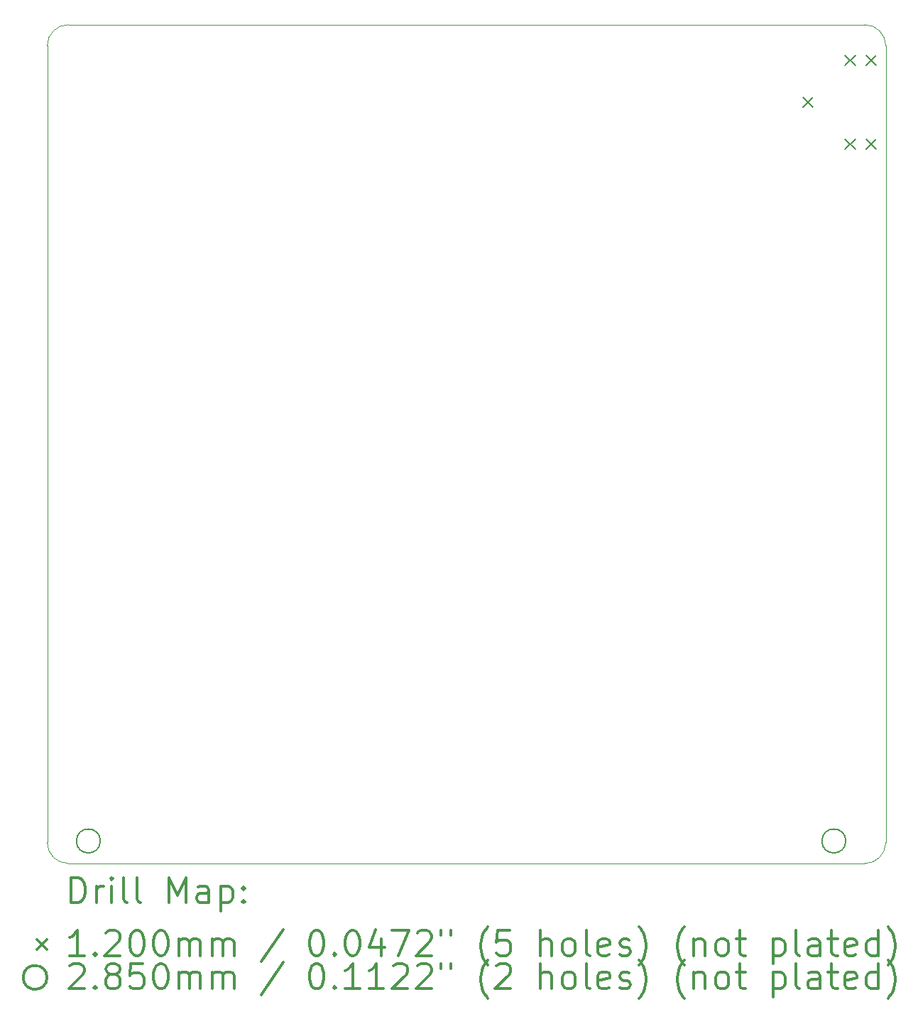
<source format=gbr>
%FSLAX45Y45*%
G04 Gerber Fmt 4.5, Leading zero omitted, Abs format (unit mm)*
G04 Created by KiCad (PCBNEW (5.1.10)-1) date 2021-07-30 10:38:17*
%MOMM*%
%LPD*%
G01*
G04 APERTURE LIST*
%TA.AperFunction,Profile*%
%ADD10C,0.050000*%
%TD*%
%ADD11C,0.200000*%
%ADD12C,0.300000*%
G04 APERTURE END LIST*
D10*
X10250000Y-5000000D02*
X19750000Y-5000000D01*
X10000000Y-14750000D02*
X10000000Y-5250000D01*
X19750000Y-15000000D02*
X10250000Y-15000000D01*
X10000000Y-5250000D02*
G75*
G02*
X10250000Y-5000000I250000J0D01*
G01*
X10250000Y-15000000D02*
G75*
G02*
X10000000Y-14750000I0J250000D01*
G01*
X20000000Y-14750000D02*
G75*
G02*
X19750000Y-15000000I-250000J0D01*
G01*
X20000000Y-11250000D02*
X20000000Y-10750000D01*
X20000000Y-10750000D02*
X20000000Y-5250000D01*
X20000000Y-14750000D02*
X20000000Y-11250000D01*
X19750000Y-5000000D02*
G75*
G02*
X20000000Y-5250000I0J-250000D01*
G01*
D11*
X19015000Y-5865000D02*
X19135000Y-5985000D01*
X19135000Y-5865000D02*
X19015000Y-5985000D01*
X19515000Y-5365000D02*
X19635000Y-5485000D01*
X19635000Y-5365000D02*
X19515000Y-5485000D01*
X19515000Y-6365000D02*
X19635000Y-6485000D01*
X19635000Y-6365000D02*
X19515000Y-6485000D01*
X19765000Y-5365000D02*
X19885000Y-5485000D01*
X19885000Y-5365000D02*
X19765000Y-5485000D01*
X19765000Y-6365000D02*
X19885000Y-6485000D01*
X19885000Y-6365000D02*
X19765000Y-6485000D01*
X10632700Y-14732000D02*
G75*
G03*
X10632700Y-14732000I-142500J0D01*
G01*
X19522700Y-14732000D02*
G75*
G03*
X19522700Y-14732000I-142500J0D01*
G01*
D12*
X10283928Y-15468214D02*
X10283928Y-15168214D01*
X10355357Y-15168214D01*
X10398214Y-15182500D01*
X10426786Y-15211071D01*
X10441071Y-15239643D01*
X10455357Y-15296786D01*
X10455357Y-15339643D01*
X10441071Y-15396786D01*
X10426786Y-15425357D01*
X10398214Y-15453929D01*
X10355357Y-15468214D01*
X10283928Y-15468214D01*
X10583928Y-15468214D02*
X10583928Y-15268214D01*
X10583928Y-15325357D02*
X10598214Y-15296786D01*
X10612500Y-15282500D01*
X10641071Y-15268214D01*
X10669643Y-15268214D01*
X10769643Y-15468214D02*
X10769643Y-15268214D01*
X10769643Y-15168214D02*
X10755357Y-15182500D01*
X10769643Y-15196786D01*
X10783928Y-15182500D01*
X10769643Y-15168214D01*
X10769643Y-15196786D01*
X10955357Y-15468214D02*
X10926786Y-15453929D01*
X10912500Y-15425357D01*
X10912500Y-15168214D01*
X11112500Y-15468214D02*
X11083928Y-15453929D01*
X11069643Y-15425357D01*
X11069643Y-15168214D01*
X11455357Y-15468214D02*
X11455357Y-15168214D01*
X11555357Y-15382500D01*
X11655357Y-15168214D01*
X11655357Y-15468214D01*
X11926786Y-15468214D02*
X11926786Y-15311071D01*
X11912500Y-15282500D01*
X11883928Y-15268214D01*
X11826786Y-15268214D01*
X11798214Y-15282500D01*
X11926786Y-15453929D02*
X11898214Y-15468214D01*
X11826786Y-15468214D01*
X11798214Y-15453929D01*
X11783928Y-15425357D01*
X11783928Y-15396786D01*
X11798214Y-15368214D01*
X11826786Y-15353929D01*
X11898214Y-15353929D01*
X11926786Y-15339643D01*
X12069643Y-15268214D02*
X12069643Y-15568214D01*
X12069643Y-15282500D02*
X12098214Y-15268214D01*
X12155357Y-15268214D01*
X12183928Y-15282500D01*
X12198214Y-15296786D01*
X12212500Y-15325357D01*
X12212500Y-15411071D01*
X12198214Y-15439643D01*
X12183928Y-15453929D01*
X12155357Y-15468214D01*
X12098214Y-15468214D01*
X12069643Y-15453929D01*
X12341071Y-15439643D02*
X12355357Y-15453929D01*
X12341071Y-15468214D01*
X12326786Y-15453929D01*
X12341071Y-15439643D01*
X12341071Y-15468214D01*
X12341071Y-15282500D02*
X12355357Y-15296786D01*
X12341071Y-15311071D01*
X12326786Y-15296786D01*
X12341071Y-15282500D01*
X12341071Y-15311071D01*
X9877500Y-15902500D02*
X9997500Y-16022500D01*
X9997500Y-15902500D02*
X9877500Y-16022500D01*
X10441071Y-16098214D02*
X10269643Y-16098214D01*
X10355357Y-16098214D02*
X10355357Y-15798214D01*
X10326786Y-15841071D01*
X10298214Y-15869643D01*
X10269643Y-15883929D01*
X10569643Y-16069643D02*
X10583928Y-16083929D01*
X10569643Y-16098214D01*
X10555357Y-16083929D01*
X10569643Y-16069643D01*
X10569643Y-16098214D01*
X10698214Y-15826786D02*
X10712500Y-15812500D01*
X10741071Y-15798214D01*
X10812500Y-15798214D01*
X10841071Y-15812500D01*
X10855357Y-15826786D01*
X10869643Y-15855357D01*
X10869643Y-15883929D01*
X10855357Y-15926786D01*
X10683928Y-16098214D01*
X10869643Y-16098214D01*
X11055357Y-15798214D02*
X11083928Y-15798214D01*
X11112500Y-15812500D01*
X11126786Y-15826786D01*
X11141071Y-15855357D01*
X11155357Y-15912500D01*
X11155357Y-15983929D01*
X11141071Y-16041071D01*
X11126786Y-16069643D01*
X11112500Y-16083929D01*
X11083928Y-16098214D01*
X11055357Y-16098214D01*
X11026786Y-16083929D01*
X11012500Y-16069643D01*
X10998214Y-16041071D01*
X10983928Y-15983929D01*
X10983928Y-15912500D01*
X10998214Y-15855357D01*
X11012500Y-15826786D01*
X11026786Y-15812500D01*
X11055357Y-15798214D01*
X11341071Y-15798214D02*
X11369643Y-15798214D01*
X11398214Y-15812500D01*
X11412500Y-15826786D01*
X11426786Y-15855357D01*
X11441071Y-15912500D01*
X11441071Y-15983929D01*
X11426786Y-16041071D01*
X11412500Y-16069643D01*
X11398214Y-16083929D01*
X11369643Y-16098214D01*
X11341071Y-16098214D01*
X11312500Y-16083929D01*
X11298214Y-16069643D01*
X11283928Y-16041071D01*
X11269643Y-15983929D01*
X11269643Y-15912500D01*
X11283928Y-15855357D01*
X11298214Y-15826786D01*
X11312500Y-15812500D01*
X11341071Y-15798214D01*
X11569643Y-16098214D02*
X11569643Y-15898214D01*
X11569643Y-15926786D02*
X11583928Y-15912500D01*
X11612500Y-15898214D01*
X11655357Y-15898214D01*
X11683928Y-15912500D01*
X11698214Y-15941071D01*
X11698214Y-16098214D01*
X11698214Y-15941071D02*
X11712500Y-15912500D01*
X11741071Y-15898214D01*
X11783928Y-15898214D01*
X11812500Y-15912500D01*
X11826786Y-15941071D01*
X11826786Y-16098214D01*
X11969643Y-16098214D02*
X11969643Y-15898214D01*
X11969643Y-15926786D02*
X11983928Y-15912500D01*
X12012500Y-15898214D01*
X12055357Y-15898214D01*
X12083928Y-15912500D01*
X12098214Y-15941071D01*
X12098214Y-16098214D01*
X12098214Y-15941071D02*
X12112500Y-15912500D01*
X12141071Y-15898214D01*
X12183928Y-15898214D01*
X12212500Y-15912500D01*
X12226786Y-15941071D01*
X12226786Y-16098214D01*
X12812500Y-15783929D02*
X12555357Y-16169643D01*
X13198214Y-15798214D02*
X13226786Y-15798214D01*
X13255357Y-15812500D01*
X13269643Y-15826786D01*
X13283928Y-15855357D01*
X13298214Y-15912500D01*
X13298214Y-15983929D01*
X13283928Y-16041071D01*
X13269643Y-16069643D01*
X13255357Y-16083929D01*
X13226786Y-16098214D01*
X13198214Y-16098214D01*
X13169643Y-16083929D01*
X13155357Y-16069643D01*
X13141071Y-16041071D01*
X13126786Y-15983929D01*
X13126786Y-15912500D01*
X13141071Y-15855357D01*
X13155357Y-15826786D01*
X13169643Y-15812500D01*
X13198214Y-15798214D01*
X13426786Y-16069643D02*
X13441071Y-16083929D01*
X13426786Y-16098214D01*
X13412500Y-16083929D01*
X13426786Y-16069643D01*
X13426786Y-16098214D01*
X13626786Y-15798214D02*
X13655357Y-15798214D01*
X13683928Y-15812500D01*
X13698214Y-15826786D01*
X13712500Y-15855357D01*
X13726786Y-15912500D01*
X13726786Y-15983929D01*
X13712500Y-16041071D01*
X13698214Y-16069643D01*
X13683928Y-16083929D01*
X13655357Y-16098214D01*
X13626786Y-16098214D01*
X13598214Y-16083929D01*
X13583928Y-16069643D01*
X13569643Y-16041071D01*
X13555357Y-15983929D01*
X13555357Y-15912500D01*
X13569643Y-15855357D01*
X13583928Y-15826786D01*
X13598214Y-15812500D01*
X13626786Y-15798214D01*
X13983928Y-15898214D02*
X13983928Y-16098214D01*
X13912500Y-15783929D02*
X13841071Y-15998214D01*
X14026786Y-15998214D01*
X14112500Y-15798214D02*
X14312500Y-15798214D01*
X14183928Y-16098214D01*
X14412500Y-15826786D02*
X14426786Y-15812500D01*
X14455357Y-15798214D01*
X14526786Y-15798214D01*
X14555357Y-15812500D01*
X14569643Y-15826786D01*
X14583928Y-15855357D01*
X14583928Y-15883929D01*
X14569643Y-15926786D01*
X14398214Y-16098214D01*
X14583928Y-16098214D01*
X14698214Y-15798214D02*
X14698214Y-15855357D01*
X14812500Y-15798214D02*
X14812500Y-15855357D01*
X15255357Y-16212500D02*
X15241071Y-16198214D01*
X15212500Y-16155357D01*
X15198214Y-16126786D01*
X15183928Y-16083929D01*
X15169643Y-16012500D01*
X15169643Y-15955357D01*
X15183928Y-15883929D01*
X15198214Y-15841071D01*
X15212500Y-15812500D01*
X15241071Y-15769643D01*
X15255357Y-15755357D01*
X15512500Y-15798214D02*
X15369643Y-15798214D01*
X15355357Y-15941071D01*
X15369643Y-15926786D01*
X15398214Y-15912500D01*
X15469643Y-15912500D01*
X15498214Y-15926786D01*
X15512500Y-15941071D01*
X15526786Y-15969643D01*
X15526786Y-16041071D01*
X15512500Y-16069643D01*
X15498214Y-16083929D01*
X15469643Y-16098214D01*
X15398214Y-16098214D01*
X15369643Y-16083929D01*
X15355357Y-16069643D01*
X15883928Y-16098214D02*
X15883928Y-15798214D01*
X16012500Y-16098214D02*
X16012500Y-15941071D01*
X15998214Y-15912500D01*
X15969643Y-15898214D01*
X15926786Y-15898214D01*
X15898214Y-15912500D01*
X15883928Y-15926786D01*
X16198214Y-16098214D02*
X16169643Y-16083929D01*
X16155357Y-16069643D01*
X16141071Y-16041071D01*
X16141071Y-15955357D01*
X16155357Y-15926786D01*
X16169643Y-15912500D01*
X16198214Y-15898214D01*
X16241071Y-15898214D01*
X16269643Y-15912500D01*
X16283928Y-15926786D01*
X16298214Y-15955357D01*
X16298214Y-16041071D01*
X16283928Y-16069643D01*
X16269643Y-16083929D01*
X16241071Y-16098214D01*
X16198214Y-16098214D01*
X16469643Y-16098214D02*
X16441071Y-16083929D01*
X16426786Y-16055357D01*
X16426786Y-15798214D01*
X16698214Y-16083929D02*
X16669643Y-16098214D01*
X16612500Y-16098214D01*
X16583928Y-16083929D01*
X16569643Y-16055357D01*
X16569643Y-15941071D01*
X16583928Y-15912500D01*
X16612500Y-15898214D01*
X16669643Y-15898214D01*
X16698214Y-15912500D01*
X16712500Y-15941071D01*
X16712500Y-15969643D01*
X16569643Y-15998214D01*
X16826786Y-16083929D02*
X16855357Y-16098214D01*
X16912500Y-16098214D01*
X16941071Y-16083929D01*
X16955357Y-16055357D01*
X16955357Y-16041071D01*
X16941071Y-16012500D01*
X16912500Y-15998214D01*
X16869643Y-15998214D01*
X16841071Y-15983929D01*
X16826786Y-15955357D01*
X16826786Y-15941071D01*
X16841071Y-15912500D01*
X16869643Y-15898214D01*
X16912500Y-15898214D01*
X16941071Y-15912500D01*
X17055357Y-16212500D02*
X17069643Y-16198214D01*
X17098214Y-16155357D01*
X17112500Y-16126786D01*
X17126786Y-16083929D01*
X17141071Y-16012500D01*
X17141071Y-15955357D01*
X17126786Y-15883929D01*
X17112500Y-15841071D01*
X17098214Y-15812500D01*
X17069643Y-15769643D01*
X17055357Y-15755357D01*
X17598214Y-16212500D02*
X17583928Y-16198214D01*
X17555357Y-16155357D01*
X17541071Y-16126786D01*
X17526786Y-16083929D01*
X17512500Y-16012500D01*
X17512500Y-15955357D01*
X17526786Y-15883929D01*
X17541071Y-15841071D01*
X17555357Y-15812500D01*
X17583928Y-15769643D01*
X17598214Y-15755357D01*
X17712500Y-15898214D02*
X17712500Y-16098214D01*
X17712500Y-15926786D02*
X17726786Y-15912500D01*
X17755357Y-15898214D01*
X17798214Y-15898214D01*
X17826786Y-15912500D01*
X17841071Y-15941071D01*
X17841071Y-16098214D01*
X18026786Y-16098214D02*
X17998214Y-16083929D01*
X17983928Y-16069643D01*
X17969643Y-16041071D01*
X17969643Y-15955357D01*
X17983928Y-15926786D01*
X17998214Y-15912500D01*
X18026786Y-15898214D01*
X18069643Y-15898214D01*
X18098214Y-15912500D01*
X18112500Y-15926786D01*
X18126786Y-15955357D01*
X18126786Y-16041071D01*
X18112500Y-16069643D01*
X18098214Y-16083929D01*
X18069643Y-16098214D01*
X18026786Y-16098214D01*
X18212500Y-15898214D02*
X18326786Y-15898214D01*
X18255357Y-15798214D02*
X18255357Y-16055357D01*
X18269643Y-16083929D01*
X18298214Y-16098214D01*
X18326786Y-16098214D01*
X18655357Y-15898214D02*
X18655357Y-16198214D01*
X18655357Y-15912500D02*
X18683928Y-15898214D01*
X18741071Y-15898214D01*
X18769643Y-15912500D01*
X18783928Y-15926786D01*
X18798214Y-15955357D01*
X18798214Y-16041071D01*
X18783928Y-16069643D01*
X18769643Y-16083929D01*
X18741071Y-16098214D01*
X18683928Y-16098214D01*
X18655357Y-16083929D01*
X18969643Y-16098214D02*
X18941071Y-16083929D01*
X18926786Y-16055357D01*
X18926786Y-15798214D01*
X19212500Y-16098214D02*
X19212500Y-15941071D01*
X19198214Y-15912500D01*
X19169643Y-15898214D01*
X19112500Y-15898214D01*
X19083928Y-15912500D01*
X19212500Y-16083929D02*
X19183928Y-16098214D01*
X19112500Y-16098214D01*
X19083928Y-16083929D01*
X19069643Y-16055357D01*
X19069643Y-16026786D01*
X19083928Y-15998214D01*
X19112500Y-15983929D01*
X19183928Y-15983929D01*
X19212500Y-15969643D01*
X19312500Y-15898214D02*
X19426786Y-15898214D01*
X19355357Y-15798214D02*
X19355357Y-16055357D01*
X19369643Y-16083929D01*
X19398214Y-16098214D01*
X19426786Y-16098214D01*
X19641071Y-16083929D02*
X19612500Y-16098214D01*
X19555357Y-16098214D01*
X19526786Y-16083929D01*
X19512500Y-16055357D01*
X19512500Y-15941071D01*
X19526786Y-15912500D01*
X19555357Y-15898214D01*
X19612500Y-15898214D01*
X19641071Y-15912500D01*
X19655357Y-15941071D01*
X19655357Y-15969643D01*
X19512500Y-15998214D01*
X19912500Y-16098214D02*
X19912500Y-15798214D01*
X19912500Y-16083929D02*
X19883928Y-16098214D01*
X19826786Y-16098214D01*
X19798214Y-16083929D01*
X19783928Y-16069643D01*
X19769643Y-16041071D01*
X19769643Y-15955357D01*
X19783928Y-15926786D01*
X19798214Y-15912500D01*
X19826786Y-15898214D01*
X19883928Y-15898214D01*
X19912500Y-15912500D01*
X20026786Y-16212500D02*
X20041071Y-16198214D01*
X20069643Y-16155357D01*
X20083928Y-16126786D01*
X20098214Y-16083929D01*
X20112500Y-16012500D01*
X20112500Y-15955357D01*
X20098214Y-15883929D01*
X20083928Y-15841071D01*
X20069643Y-15812500D01*
X20041071Y-15769643D01*
X20026786Y-15755357D01*
X9997500Y-16358500D02*
G75*
G03*
X9997500Y-16358500I-142500J0D01*
G01*
X10269643Y-16222786D02*
X10283928Y-16208500D01*
X10312500Y-16194214D01*
X10383928Y-16194214D01*
X10412500Y-16208500D01*
X10426786Y-16222786D01*
X10441071Y-16251357D01*
X10441071Y-16279929D01*
X10426786Y-16322786D01*
X10255357Y-16494214D01*
X10441071Y-16494214D01*
X10569643Y-16465643D02*
X10583928Y-16479929D01*
X10569643Y-16494214D01*
X10555357Y-16479929D01*
X10569643Y-16465643D01*
X10569643Y-16494214D01*
X10755357Y-16322786D02*
X10726786Y-16308500D01*
X10712500Y-16294214D01*
X10698214Y-16265643D01*
X10698214Y-16251357D01*
X10712500Y-16222786D01*
X10726786Y-16208500D01*
X10755357Y-16194214D01*
X10812500Y-16194214D01*
X10841071Y-16208500D01*
X10855357Y-16222786D01*
X10869643Y-16251357D01*
X10869643Y-16265643D01*
X10855357Y-16294214D01*
X10841071Y-16308500D01*
X10812500Y-16322786D01*
X10755357Y-16322786D01*
X10726786Y-16337071D01*
X10712500Y-16351357D01*
X10698214Y-16379929D01*
X10698214Y-16437071D01*
X10712500Y-16465643D01*
X10726786Y-16479929D01*
X10755357Y-16494214D01*
X10812500Y-16494214D01*
X10841071Y-16479929D01*
X10855357Y-16465643D01*
X10869643Y-16437071D01*
X10869643Y-16379929D01*
X10855357Y-16351357D01*
X10841071Y-16337071D01*
X10812500Y-16322786D01*
X11141071Y-16194214D02*
X10998214Y-16194214D01*
X10983928Y-16337071D01*
X10998214Y-16322786D01*
X11026786Y-16308500D01*
X11098214Y-16308500D01*
X11126786Y-16322786D01*
X11141071Y-16337071D01*
X11155357Y-16365643D01*
X11155357Y-16437071D01*
X11141071Y-16465643D01*
X11126786Y-16479929D01*
X11098214Y-16494214D01*
X11026786Y-16494214D01*
X10998214Y-16479929D01*
X10983928Y-16465643D01*
X11341071Y-16194214D02*
X11369643Y-16194214D01*
X11398214Y-16208500D01*
X11412500Y-16222786D01*
X11426786Y-16251357D01*
X11441071Y-16308500D01*
X11441071Y-16379929D01*
X11426786Y-16437071D01*
X11412500Y-16465643D01*
X11398214Y-16479929D01*
X11369643Y-16494214D01*
X11341071Y-16494214D01*
X11312500Y-16479929D01*
X11298214Y-16465643D01*
X11283928Y-16437071D01*
X11269643Y-16379929D01*
X11269643Y-16308500D01*
X11283928Y-16251357D01*
X11298214Y-16222786D01*
X11312500Y-16208500D01*
X11341071Y-16194214D01*
X11569643Y-16494214D02*
X11569643Y-16294214D01*
X11569643Y-16322786D02*
X11583928Y-16308500D01*
X11612500Y-16294214D01*
X11655357Y-16294214D01*
X11683928Y-16308500D01*
X11698214Y-16337071D01*
X11698214Y-16494214D01*
X11698214Y-16337071D02*
X11712500Y-16308500D01*
X11741071Y-16294214D01*
X11783928Y-16294214D01*
X11812500Y-16308500D01*
X11826786Y-16337071D01*
X11826786Y-16494214D01*
X11969643Y-16494214D02*
X11969643Y-16294214D01*
X11969643Y-16322786D02*
X11983928Y-16308500D01*
X12012500Y-16294214D01*
X12055357Y-16294214D01*
X12083928Y-16308500D01*
X12098214Y-16337071D01*
X12098214Y-16494214D01*
X12098214Y-16337071D02*
X12112500Y-16308500D01*
X12141071Y-16294214D01*
X12183928Y-16294214D01*
X12212500Y-16308500D01*
X12226786Y-16337071D01*
X12226786Y-16494214D01*
X12812500Y-16179929D02*
X12555357Y-16565643D01*
X13198214Y-16194214D02*
X13226786Y-16194214D01*
X13255357Y-16208500D01*
X13269643Y-16222786D01*
X13283928Y-16251357D01*
X13298214Y-16308500D01*
X13298214Y-16379929D01*
X13283928Y-16437071D01*
X13269643Y-16465643D01*
X13255357Y-16479929D01*
X13226786Y-16494214D01*
X13198214Y-16494214D01*
X13169643Y-16479929D01*
X13155357Y-16465643D01*
X13141071Y-16437071D01*
X13126786Y-16379929D01*
X13126786Y-16308500D01*
X13141071Y-16251357D01*
X13155357Y-16222786D01*
X13169643Y-16208500D01*
X13198214Y-16194214D01*
X13426786Y-16465643D02*
X13441071Y-16479929D01*
X13426786Y-16494214D01*
X13412500Y-16479929D01*
X13426786Y-16465643D01*
X13426786Y-16494214D01*
X13726786Y-16494214D02*
X13555357Y-16494214D01*
X13641071Y-16494214D02*
X13641071Y-16194214D01*
X13612500Y-16237071D01*
X13583928Y-16265643D01*
X13555357Y-16279929D01*
X14012500Y-16494214D02*
X13841071Y-16494214D01*
X13926786Y-16494214D02*
X13926786Y-16194214D01*
X13898214Y-16237071D01*
X13869643Y-16265643D01*
X13841071Y-16279929D01*
X14126786Y-16222786D02*
X14141071Y-16208500D01*
X14169643Y-16194214D01*
X14241071Y-16194214D01*
X14269643Y-16208500D01*
X14283928Y-16222786D01*
X14298214Y-16251357D01*
X14298214Y-16279929D01*
X14283928Y-16322786D01*
X14112500Y-16494214D01*
X14298214Y-16494214D01*
X14412500Y-16222786D02*
X14426786Y-16208500D01*
X14455357Y-16194214D01*
X14526786Y-16194214D01*
X14555357Y-16208500D01*
X14569643Y-16222786D01*
X14583928Y-16251357D01*
X14583928Y-16279929D01*
X14569643Y-16322786D01*
X14398214Y-16494214D01*
X14583928Y-16494214D01*
X14698214Y-16194214D02*
X14698214Y-16251357D01*
X14812500Y-16194214D02*
X14812500Y-16251357D01*
X15255357Y-16608500D02*
X15241071Y-16594214D01*
X15212500Y-16551357D01*
X15198214Y-16522786D01*
X15183928Y-16479929D01*
X15169643Y-16408500D01*
X15169643Y-16351357D01*
X15183928Y-16279929D01*
X15198214Y-16237071D01*
X15212500Y-16208500D01*
X15241071Y-16165643D01*
X15255357Y-16151357D01*
X15355357Y-16222786D02*
X15369643Y-16208500D01*
X15398214Y-16194214D01*
X15469643Y-16194214D01*
X15498214Y-16208500D01*
X15512500Y-16222786D01*
X15526786Y-16251357D01*
X15526786Y-16279929D01*
X15512500Y-16322786D01*
X15341071Y-16494214D01*
X15526786Y-16494214D01*
X15883928Y-16494214D02*
X15883928Y-16194214D01*
X16012500Y-16494214D02*
X16012500Y-16337071D01*
X15998214Y-16308500D01*
X15969643Y-16294214D01*
X15926786Y-16294214D01*
X15898214Y-16308500D01*
X15883928Y-16322786D01*
X16198214Y-16494214D02*
X16169643Y-16479929D01*
X16155357Y-16465643D01*
X16141071Y-16437071D01*
X16141071Y-16351357D01*
X16155357Y-16322786D01*
X16169643Y-16308500D01*
X16198214Y-16294214D01*
X16241071Y-16294214D01*
X16269643Y-16308500D01*
X16283928Y-16322786D01*
X16298214Y-16351357D01*
X16298214Y-16437071D01*
X16283928Y-16465643D01*
X16269643Y-16479929D01*
X16241071Y-16494214D01*
X16198214Y-16494214D01*
X16469643Y-16494214D02*
X16441071Y-16479929D01*
X16426786Y-16451357D01*
X16426786Y-16194214D01*
X16698214Y-16479929D02*
X16669643Y-16494214D01*
X16612500Y-16494214D01*
X16583928Y-16479929D01*
X16569643Y-16451357D01*
X16569643Y-16337071D01*
X16583928Y-16308500D01*
X16612500Y-16294214D01*
X16669643Y-16294214D01*
X16698214Y-16308500D01*
X16712500Y-16337071D01*
X16712500Y-16365643D01*
X16569643Y-16394214D01*
X16826786Y-16479929D02*
X16855357Y-16494214D01*
X16912500Y-16494214D01*
X16941071Y-16479929D01*
X16955357Y-16451357D01*
X16955357Y-16437071D01*
X16941071Y-16408500D01*
X16912500Y-16394214D01*
X16869643Y-16394214D01*
X16841071Y-16379929D01*
X16826786Y-16351357D01*
X16826786Y-16337071D01*
X16841071Y-16308500D01*
X16869643Y-16294214D01*
X16912500Y-16294214D01*
X16941071Y-16308500D01*
X17055357Y-16608500D02*
X17069643Y-16594214D01*
X17098214Y-16551357D01*
X17112500Y-16522786D01*
X17126786Y-16479929D01*
X17141071Y-16408500D01*
X17141071Y-16351357D01*
X17126786Y-16279929D01*
X17112500Y-16237071D01*
X17098214Y-16208500D01*
X17069643Y-16165643D01*
X17055357Y-16151357D01*
X17598214Y-16608500D02*
X17583928Y-16594214D01*
X17555357Y-16551357D01*
X17541071Y-16522786D01*
X17526786Y-16479929D01*
X17512500Y-16408500D01*
X17512500Y-16351357D01*
X17526786Y-16279929D01*
X17541071Y-16237071D01*
X17555357Y-16208500D01*
X17583928Y-16165643D01*
X17598214Y-16151357D01*
X17712500Y-16294214D02*
X17712500Y-16494214D01*
X17712500Y-16322786D02*
X17726786Y-16308500D01*
X17755357Y-16294214D01*
X17798214Y-16294214D01*
X17826786Y-16308500D01*
X17841071Y-16337071D01*
X17841071Y-16494214D01*
X18026786Y-16494214D02*
X17998214Y-16479929D01*
X17983928Y-16465643D01*
X17969643Y-16437071D01*
X17969643Y-16351357D01*
X17983928Y-16322786D01*
X17998214Y-16308500D01*
X18026786Y-16294214D01*
X18069643Y-16294214D01*
X18098214Y-16308500D01*
X18112500Y-16322786D01*
X18126786Y-16351357D01*
X18126786Y-16437071D01*
X18112500Y-16465643D01*
X18098214Y-16479929D01*
X18069643Y-16494214D01*
X18026786Y-16494214D01*
X18212500Y-16294214D02*
X18326786Y-16294214D01*
X18255357Y-16194214D02*
X18255357Y-16451357D01*
X18269643Y-16479929D01*
X18298214Y-16494214D01*
X18326786Y-16494214D01*
X18655357Y-16294214D02*
X18655357Y-16594214D01*
X18655357Y-16308500D02*
X18683928Y-16294214D01*
X18741071Y-16294214D01*
X18769643Y-16308500D01*
X18783928Y-16322786D01*
X18798214Y-16351357D01*
X18798214Y-16437071D01*
X18783928Y-16465643D01*
X18769643Y-16479929D01*
X18741071Y-16494214D01*
X18683928Y-16494214D01*
X18655357Y-16479929D01*
X18969643Y-16494214D02*
X18941071Y-16479929D01*
X18926786Y-16451357D01*
X18926786Y-16194214D01*
X19212500Y-16494214D02*
X19212500Y-16337071D01*
X19198214Y-16308500D01*
X19169643Y-16294214D01*
X19112500Y-16294214D01*
X19083928Y-16308500D01*
X19212500Y-16479929D02*
X19183928Y-16494214D01*
X19112500Y-16494214D01*
X19083928Y-16479929D01*
X19069643Y-16451357D01*
X19069643Y-16422786D01*
X19083928Y-16394214D01*
X19112500Y-16379929D01*
X19183928Y-16379929D01*
X19212500Y-16365643D01*
X19312500Y-16294214D02*
X19426786Y-16294214D01*
X19355357Y-16194214D02*
X19355357Y-16451357D01*
X19369643Y-16479929D01*
X19398214Y-16494214D01*
X19426786Y-16494214D01*
X19641071Y-16479929D02*
X19612500Y-16494214D01*
X19555357Y-16494214D01*
X19526786Y-16479929D01*
X19512500Y-16451357D01*
X19512500Y-16337071D01*
X19526786Y-16308500D01*
X19555357Y-16294214D01*
X19612500Y-16294214D01*
X19641071Y-16308500D01*
X19655357Y-16337071D01*
X19655357Y-16365643D01*
X19512500Y-16394214D01*
X19912500Y-16494214D02*
X19912500Y-16194214D01*
X19912500Y-16479929D02*
X19883928Y-16494214D01*
X19826786Y-16494214D01*
X19798214Y-16479929D01*
X19783928Y-16465643D01*
X19769643Y-16437071D01*
X19769643Y-16351357D01*
X19783928Y-16322786D01*
X19798214Y-16308500D01*
X19826786Y-16294214D01*
X19883928Y-16294214D01*
X19912500Y-16308500D01*
X20026786Y-16608500D02*
X20041071Y-16594214D01*
X20069643Y-16551357D01*
X20083928Y-16522786D01*
X20098214Y-16479929D01*
X20112500Y-16408500D01*
X20112500Y-16351357D01*
X20098214Y-16279929D01*
X20083928Y-16237071D01*
X20069643Y-16208500D01*
X20041071Y-16165643D01*
X20026786Y-16151357D01*
M02*

</source>
